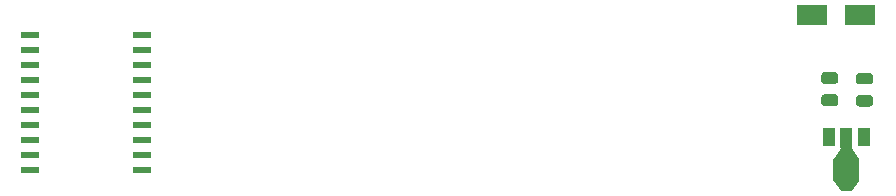
<source format=gbr>
G04 #@! TF.GenerationSoftware,KiCad,Pcbnew,5.1.5+dfsg1-2build2*
G04 #@! TF.CreationDate,2021-02-08T21:47:53-05:00*
G04 #@! TF.ProjectId,hbridgechassis,68627269-6467-4656-9368-61737369732e,rev?*
G04 #@! TF.SameCoordinates,Original*
G04 #@! TF.FileFunction,Paste,Top*
G04 #@! TF.FilePolarity,Positive*
%FSLAX46Y46*%
G04 Gerber Fmt 4.6, Leading zero omitted, Abs format (unit mm)*
G04 Created by KiCad (PCBNEW 5.1.5+dfsg1-2build2) date 2021-02-08 21:47:53*
%MOMM*%
%LPD*%
G04 APERTURE LIST*
%ADD10C,0.100000*%
%ADD11R,2.200000X1.840000*%
%ADD12R,1.000000X1.500000*%
%ADD13R,1.000000X1.800000*%
%ADD14R,2.500000X1.800000*%
%ADD15R,1.500000X0.600000*%
G04 APERTURE END LIST*
D10*
G36*
X128059000Y-70654800D02*
G01*
X128759000Y-69654800D01*
X129559000Y-69654800D01*
X130259000Y-70654800D01*
X128059000Y-70654800D01*
G37*
D11*
X129159000Y-71564500D03*
D12*
X127659000Y-68751000D03*
D13*
X129159000Y-68897500D03*
D12*
X130659000Y-68751000D03*
D10*
G36*
X130259000Y-72473000D02*
G01*
X129659000Y-73323000D01*
X128659000Y-73323000D01*
X128059000Y-72473000D01*
X130259000Y-72473000D01*
G37*
G36*
X131163142Y-63346174D02*
G01*
X131186803Y-63349684D01*
X131210007Y-63355496D01*
X131232529Y-63363554D01*
X131254153Y-63373782D01*
X131274670Y-63386079D01*
X131293883Y-63400329D01*
X131311607Y-63416393D01*
X131327671Y-63434117D01*
X131341921Y-63453330D01*
X131354218Y-63473847D01*
X131364446Y-63495471D01*
X131372504Y-63517993D01*
X131378316Y-63541197D01*
X131381826Y-63564858D01*
X131383000Y-63588750D01*
X131383000Y-64076250D01*
X131381826Y-64100142D01*
X131378316Y-64123803D01*
X131372504Y-64147007D01*
X131364446Y-64169529D01*
X131354218Y-64191153D01*
X131341921Y-64211670D01*
X131327671Y-64230883D01*
X131311607Y-64248607D01*
X131293883Y-64264671D01*
X131274670Y-64278921D01*
X131254153Y-64291218D01*
X131232529Y-64301446D01*
X131210007Y-64309504D01*
X131186803Y-64315316D01*
X131163142Y-64318826D01*
X131139250Y-64320000D01*
X130226750Y-64320000D01*
X130202858Y-64318826D01*
X130179197Y-64315316D01*
X130155993Y-64309504D01*
X130133471Y-64301446D01*
X130111847Y-64291218D01*
X130091330Y-64278921D01*
X130072117Y-64264671D01*
X130054393Y-64248607D01*
X130038329Y-64230883D01*
X130024079Y-64211670D01*
X130011782Y-64191153D01*
X130001554Y-64169529D01*
X129993496Y-64147007D01*
X129987684Y-64123803D01*
X129984174Y-64100142D01*
X129983000Y-64076250D01*
X129983000Y-63588750D01*
X129984174Y-63564858D01*
X129987684Y-63541197D01*
X129993496Y-63517993D01*
X130001554Y-63495471D01*
X130011782Y-63473847D01*
X130024079Y-63453330D01*
X130038329Y-63434117D01*
X130054393Y-63416393D01*
X130072117Y-63400329D01*
X130091330Y-63386079D01*
X130111847Y-63373782D01*
X130133471Y-63363554D01*
X130155993Y-63355496D01*
X130179197Y-63349684D01*
X130202858Y-63346174D01*
X130226750Y-63345000D01*
X131139250Y-63345000D01*
X131163142Y-63346174D01*
G37*
G36*
X131163142Y-65221174D02*
G01*
X131186803Y-65224684D01*
X131210007Y-65230496D01*
X131232529Y-65238554D01*
X131254153Y-65248782D01*
X131274670Y-65261079D01*
X131293883Y-65275329D01*
X131311607Y-65291393D01*
X131327671Y-65309117D01*
X131341921Y-65328330D01*
X131354218Y-65348847D01*
X131364446Y-65370471D01*
X131372504Y-65392993D01*
X131378316Y-65416197D01*
X131381826Y-65439858D01*
X131383000Y-65463750D01*
X131383000Y-65951250D01*
X131381826Y-65975142D01*
X131378316Y-65998803D01*
X131372504Y-66022007D01*
X131364446Y-66044529D01*
X131354218Y-66066153D01*
X131341921Y-66086670D01*
X131327671Y-66105883D01*
X131311607Y-66123607D01*
X131293883Y-66139671D01*
X131274670Y-66153921D01*
X131254153Y-66166218D01*
X131232529Y-66176446D01*
X131210007Y-66184504D01*
X131186803Y-66190316D01*
X131163142Y-66193826D01*
X131139250Y-66195000D01*
X130226750Y-66195000D01*
X130202858Y-66193826D01*
X130179197Y-66190316D01*
X130155993Y-66184504D01*
X130133471Y-66176446D01*
X130111847Y-66166218D01*
X130091330Y-66153921D01*
X130072117Y-66139671D01*
X130054393Y-66123607D01*
X130038329Y-66105883D01*
X130024079Y-66086670D01*
X130011782Y-66066153D01*
X130001554Y-66044529D01*
X129993496Y-66022007D01*
X129987684Y-65998803D01*
X129984174Y-65975142D01*
X129983000Y-65951250D01*
X129983000Y-65463750D01*
X129984174Y-65439858D01*
X129987684Y-65416197D01*
X129993496Y-65392993D01*
X130001554Y-65370471D01*
X130011782Y-65348847D01*
X130024079Y-65328330D01*
X130038329Y-65309117D01*
X130054393Y-65291393D01*
X130072117Y-65275329D01*
X130091330Y-65261079D01*
X130111847Y-65248782D01*
X130133471Y-65238554D01*
X130155993Y-65230496D01*
X130179197Y-65224684D01*
X130202858Y-65221174D01*
X130226750Y-65220000D01*
X131139250Y-65220000D01*
X131163142Y-65221174D01*
G37*
G36*
X128216742Y-65170374D02*
G01*
X128240403Y-65173884D01*
X128263607Y-65179696D01*
X128286129Y-65187754D01*
X128307753Y-65197982D01*
X128328270Y-65210279D01*
X128347483Y-65224529D01*
X128365207Y-65240593D01*
X128381271Y-65258317D01*
X128395521Y-65277530D01*
X128407818Y-65298047D01*
X128418046Y-65319671D01*
X128426104Y-65342193D01*
X128431916Y-65365397D01*
X128435426Y-65389058D01*
X128436600Y-65412950D01*
X128436600Y-65900450D01*
X128435426Y-65924342D01*
X128431916Y-65948003D01*
X128426104Y-65971207D01*
X128418046Y-65993729D01*
X128407818Y-66015353D01*
X128395521Y-66035870D01*
X128381271Y-66055083D01*
X128365207Y-66072807D01*
X128347483Y-66088871D01*
X128328270Y-66103121D01*
X128307753Y-66115418D01*
X128286129Y-66125646D01*
X128263607Y-66133704D01*
X128240403Y-66139516D01*
X128216742Y-66143026D01*
X128192850Y-66144200D01*
X127280350Y-66144200D01*
X127256458Y-66143026D01*
X127232797Y-66139516D01*
X127209593Y-66133704D01*
X127187071Y-66125646D01*
X127165447Y-66115418D01*
X127144930Y-66103121D01*
X127125717Y-66088871D01*
X127107993Y-66072807D01*
X127091929Y-66055083D01*
X127077679Y-66035870D01*
X127065382Y-66015353D01*
X127055154Y-65993729D01*
X127047096Y-65971207D01*
X127041284Y-65948003D01*
X127037774Y-65924342D01*
X127036600Y-65900450D01*
X127036600Y-65412950D01*
X127037774Y-65389058D01*
X127041284Y-65365397D01*
X127047096Y-65342193D01*
X127055154Y-65319671D01*
X127065382Y-65298047D01*
X127077679Y-65277530D01*
X127091929Y-65258317D01*
X127107993Y-65240593D01*
X127125717Y-65224529D01*
X127144930Y-65210279D01*
X127165447Y-65197982D01*
X127187071Y-65187754D01*
X127209593Y-65179696D01*
X127232797Y-65173884D01*
X127256458Y-65170374D01*
X127280350Y-65169200D01*
X128192850Y-65169200D01*
X128216742Y-65170374D01*
G37*
G36*
X128216742Y-63295374D02*
G01*
X128240403Y-63298884D01*
X128263607Y-63304696D01*
X128286129Y-63312754D01*
X128307753Y-63322982D01*
X128328270Y-63335279D01*
X128347483Y-63349529D01*
X128365207Y-63365593D01*
X128381271Y-63383317D01*
X128395521Y-63402530D01*
X128407818Y-63423047D01*
X128418046Y-63444671D01*
X128426104Y-63467193D01*
X128431916Y-63490397D01*
X128435426Y-63514058D01*
X128436600Y-63537950D01*
X128436600Y-64025450D01*
X128435426Y-64049342D01*
X128431916Y-64073003D01*
X128426104Y-64096207D01*
X128418046Y-64118729D01*
X128407818Y-64140353D01*
X128395521Y-64160870D01*
X128381271Y-64180083D01*
X128365207Y-64197807D01*
X128347483Y-64213871D01*
X128328270Y-64228121D01*
X128307753Y-64240418D01*
X128286129Y-64250646D01*
X128263607Y-64258704D01*
X128240403Y-64264516D01*
X128216742Y-64268026D01*
X128192850Y-64269200D01*
X127280350Y-64269200D01*
X127256458Y-64268026D01*
X127232797Y-64264516D01*
X127209593Y-64258704D01*
X127187071Y-64250646D01*
X127165447Y-64240418D01*
X127144930Y-64228121D01*
X127125717Y-64213871D01*
X127107993Y-64197807D01*
X127091929Y-64180083D01*
X127077679Y-64160870D01*
X127065382Y-64140353D01*
X127055154Y-64118729D01*
X127047096Y-64096207D01*
X127041284Y-64073003D01*
X127037774Y-64049342D01*
X127036600Y-64025450D01*
X127036600Y-63537950D01*
X127037774Y-63514058D01*
X127041284Y-63490397D01*
X127047096Y-63467193D01*
X127055154Y-63444671D01*
X127065382Y-63423047D01*
X127077679Y-63402530D01*
X127091929Y-63383317D01*
X127107993Y-63365593D01*
X127125717Y-63349529D01*
X127144930Y-63335279D01*
X127165447Y-63322982D01*
X127187071Y-63312754D01*
X127209593Y-63304696D01*
X127232797Y-63298884D01*
X127256458Y-63295374D01*
X127280350Y-63294200D01*
X128192850Y-63294200D01*
X128216742Y-63295374D01*
G37*
D14*
X126270000Y-58420000D03*
X130270000Y-58420000D03*
D15*
X69545400Y-60147200D03*
X69545400Y-61417200D03*
X69545400Y-62687200D03*
X69545400Y-63957200D03*
X69545400Y-65227200D03*
X69545400Y-66497200D03*
X69545400Y-67767200D03*
X69545400Y-69037200D03*
X69545400Y-70307200D03*
X69545400Y-71577200D03*
X60045400Y-71577200D03*
X60045400Y-70307200D03*
X60045400Y-69037200D03*
X60045400Y-67767200D03*
X60045400Y-60147200D03*
X60045400Y-61417200D03*
X60045400Y-62687200D03*
X60045400Y-63957200D03*
X60045400Y-65227200D03*
X60045400Y-66497200D03*
M02*

</source>
